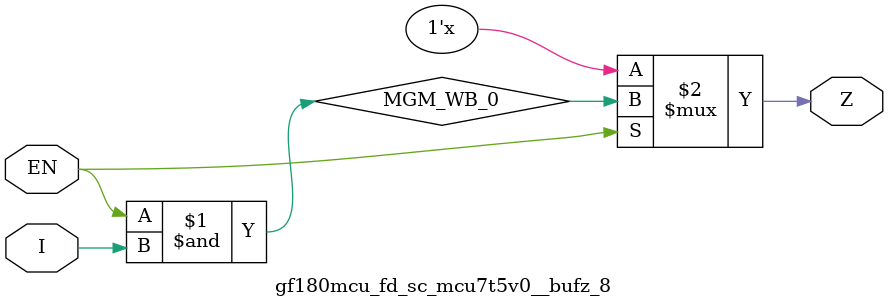
<source format=v>

module gf180mcu_fd_sc_mcu7t5v0__bufz_8( EN, I, Z );
input EN, I;
output Z;

	wire MGM_WB_0;

	wire MGM_WB_1;

	and MGM_BG_0( MGM_WB_0, EN, I );

	not MGM_BG_1( MGM_WB_1, EN );

	bufif0 MGM_BG_2( Z, MGM_WB_0,MGM_WB_1 );

endmodule

</source>
